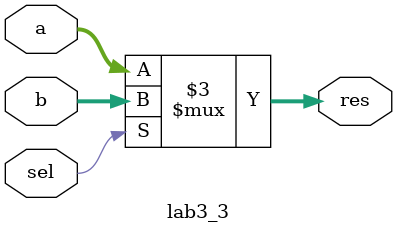
<source format=v>
module lab3_3
#(parameter w = 4)
(
  input [w-1:0] a,
  input [w-1:0] b,
  input sel,
  output reg [w-1:0] res
  
);
always @*
   case(sel)
    1: res = b;
    default res = a;
    endcase
endmodule

</source>
